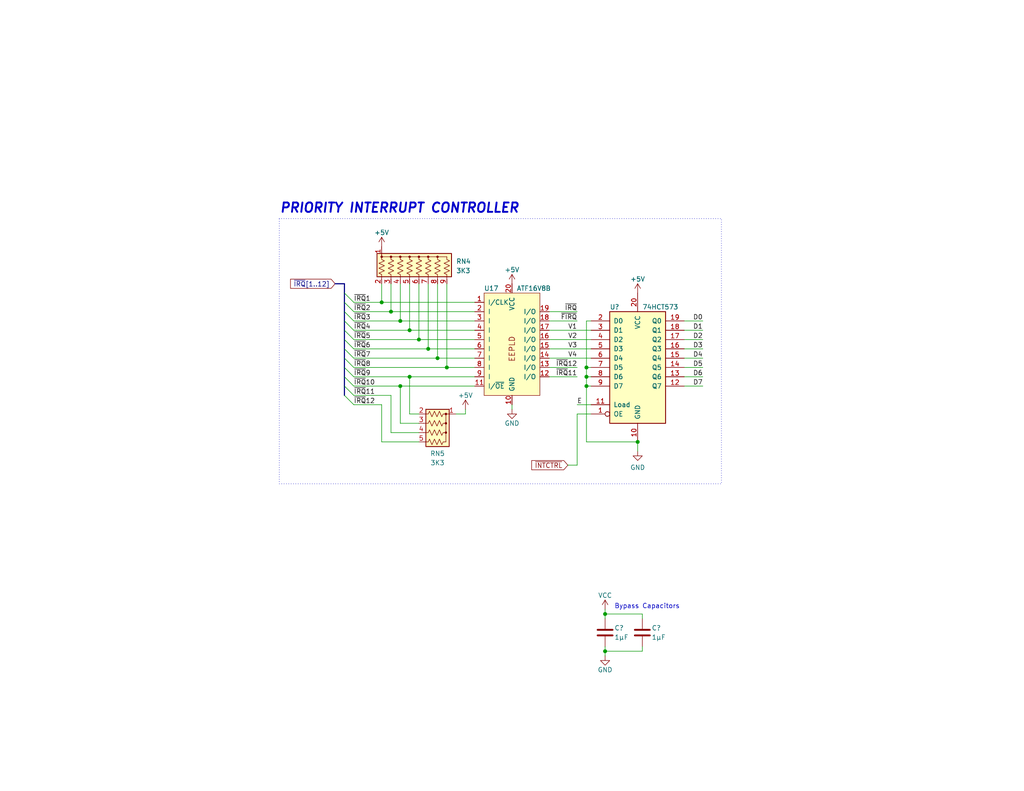
<source format=kicad_sch>
(kicad_sch (version 20230121) (generator eeschema)
  (paper "USLetter")
  (title_block (title "ACIA and Priority Interrupt Controller") (date "2024-01-16") (rev "1.0") (company "Frédéric Segard") (comment 1 "MicroHobbyist") (comment 2 "microhobbyist.com"))
  (lib_symbols
    (symbol "+5V_1" (power) (pin_names (offset 0))
      (property "Value" "+5V_1" (at 0 3.556 0))
      (symbol "+5V_1_0_1"
        (polyline (pts (xy -0.762 1.27) (xy 0 2.54)))
        (polyline (pts (xy 0 0) (xy 0 2.54)))
        (polyline (pts (xy 0 2.54) (xy 0.762 1.27)))
      )
      (symbol "+5V_1_1_1"
        (pin power_in line (at 0 0 90) (length 0) hide (name "+5V") (number "1"))
      )
    )
    (symbol "0_Library:ATF16V8B" (pin_names (offset 1.016))
      (property "Reference" "U" (at -7.62 0 0))
      (property "Value" "ATF16V8B" (at 1.27 0 0))
      (symbol "ATF16V8B_0_0"
        (text "EEPLD" (at 0 -16.51 900) (effects (font (size 1.4986 1.4986))))
      )
      (symbol "ATF16V8B_0_1"
        (rectangle (start -7.62 -1.27) (end 7.62 -29.21) (fill (type background)))
      )
      (symbol "ATF16V8B_1_1"
        (pin input line (at -10.16 -3.81 0) (length 2.54) (name "I/CLK") (number "1"))
        (pin power_in line (at 0 -31.75 90) (length 2.54) (name "GND") (number "10"))
        (pin input line (at -10.16 -26.67 0) (length 2.54) (name "I/~{OE}") (number "11"))
        (pin bidirectional line (at 10.16 -24.13 180) (length 2.54) (name "I/O") (number "12"))
        (pin bidirectional line (at 10.16 -21.59 180) (length 2.54) (name "I/O") (number "13"))
        (pin bidirectional line (at 10.16 -19.05 180) (length 2.54) (name "I/O") (number "14"))
        (pin bidirectional line (at 10.16 -16.51 180) (length 2.54) (name "I/O") (number "15"))
        (pin bidirectional line (at 10.16 -13.97 180) (length 2.54) (name "I/O") (number "16"))
        (pin bidirectional line (at 10.16 -11.43 180) (length 2.54) (name "I/O") (number "17"))
        (pin bidirectional line (at 10.16 -8.89 180) (length 2.54) (name "I/O") (number "18"))
        (pin bidirectional line (at 10.16 -6.35 180) (length 2.54) (name "I/O") (number "19"))
        (pin input line (at -10.16 -6.35 0) (length 2.54) (name "I") (number "2"))
        (pin power_in line (at 0 1.27 270) (length 2.54) (name "VCC") (number "20"))
        (pin input line (at -10.16 -8.89 0) (length 2.54) (name "I") (number "3"))
        (pin input line (at -10.16 -11.43 0) (length 2.54) (name "I") (number "4"))
        (pin input line (at -10.16 -13.97 0) (length 2.54) (name "I") (number "5"))
        (pin input line (at -10.16 -16.51 0) (length 2.54) (name "I") (number "6"))
        (pin input line (at -10.16 -19.05 0) (length 2.54) (name "I") (number "7"))
        (pin input line (at -10.16 -21.59 0) (length 2.54) (name "I") (number "8"))
        (pin input line (at -10.16 -24.13 0) (length 2.54) (name "I") (number "9"))
      )
    )
    (symbol "74xx:74LS573" (pin_names (offset 1.016))
      (property "Reference" "U" (at -7.62 16.51 0))
      (property "Value" "74LS573" (at -7.62 -16.51 0))
      (symbol "74LS573_1_0"
        (pin input inverted (at -12.7 -12.7 0) (length 5.08) (name "OE") (number "1"))
        (pin power_in line (at 0 -20.32 90) (length 5.08) (name "GND") (number "10"))
        (pin input line (at -12.7 -10.16 0) (length 5.08) (name "Load") (number "11"))
        (pin tri_state line (at 12.7 -5.08 180) (length 5.08) (name "Q7") (number "12"))
        (pin tri_state line (at 12.7 -2.54 180) (length 5.08) (name "Q6") (number "13"))
        (pin tri_state line (at 12.7 0 180) (length 5.08) (name "Q5") (number "14"))
        (pin tri_state line (at 12.7 2.54 180) (length 5.08) (name "Q4") (number "15"))
        (pin tri_state line (at 12.7 5.08 180) (length 5.08) (name "Q3") (number "16"))
        (pin tri_state line (at 12.7 7.62 180) (length 5.08) (name "Q2") (number "17"))
        (pin tri_state line (at 12.7 10.16 180) (length 5.08) (name "Q1") (number "18"))
        (pin tri_state line (at 12.7 12.7 180) (length 5.08) (name "Q0") (number "19"))
        (pin input line (at -12.7 12.7 0) (length 5.08) (name "D0") (number "2"))
        (pin power_in line (at 0 20.32 270) (length 5.08) (name "VCC") (number "20"))
        (pin input line (at -12.7 10.16 0) (length 5.08) (name "D1") (number "3"))
        (pin input line (at -12.7 7.62 0) (length 5.08) (name "D2") (number "4"))
        (pin input line (at -12.7 5.08 0) (length 5.08) (name "D3") (number "5"))
        (pin input line (at -12.7 2.54 0) (length 5.08) (name "D4") (number "6"))
        (pin input line (at -12.7 0 0) (length 5.08) (name "D5") (number "7"))
        (pin input line (at -12.7 -2.54 0) (length 5.08) (name "D6") (number "8"))
        (pin input line (at -12.7 -5.08 0) (length 5.08) (name "D7") (number "9"))
      )
      (symbol "74LS573_1_1"
        (rectangle (start -7.62 15.24) (end 7.62 -15.24) (stroke (width 0.254)) (fill (type background)))
      )
    )
    (symbol "Device:C" (pin_numbers hide) (pin_names (offset 0.254))
      (property "Reference" "C" (at 0.635 2.54 0))
      (property "Value" "C" (at 0.635 -2.54 0))
      (symbol "C_0_1"
        (polyline (pts (xy -2.032 -0.762) (xy 2.032 -0.762)) (stroke (width 0.508)))
        (polyline (pts (xy -2.032 0.762) (xy 2.032 0.762)) (stroke (width 0.508)))
      )
      (symbol "C_1_1"
        (pin passive line (at 0 3.81 270) (length 2.794) (name "~") (number "1"))
        (pin passive line (at 0 -3.81 90) (length 2.794) (name "~") (number "2"))
      )
    )
    (symbol "Device:R_Network04_US" (pin_names (offset 0) hide)
      (property "Reference" "RN" (at -7.62 0 90))
      (property "Value" "R_Network04_US" (at 5.08 0 90))
      (symbol "R_Network04_US_0_1"
        (rectangle (start -6.35 -3.175) (end 3.81 3.175) (stroke (width 0.254)) (fill (type background)))
        (circle (center -5.08 2.286) (radius 0.254) (fill (type outline)))
        (circle (center -2.54 2.286) (radius 0.254) (fill (type outline)))
        (polyline (pts (xy -5.08 2.286) (xy 2.54 2.286)))
        (polyline (pts (xy -5.08 2.286) (xy -5.08 1.524) (xy -4.318 1.1684) (xy -5.842 0.508) (xy -4.318 -0.1524) (xy -5.842 -0.8382) (xy -4.318 -1.524) (xy -5.842 -2.1844) (xy -5.08 -2.54) (xy -5.08 -3.81)))
        (polyline (pts (xy -2.54 2.286) (xy -2.54 1.524) (xy -1.778 1.1684) (xy -3.302 0.508) (xy -1.778 -0.1524) (xy -3.302 -0.8382) (xy -1.778 -1.524) (xy -3.302 -2.1844) (xy -2.54 -2.54) (xy -2.54 -3.81)))
        (polyline (pts (xy 0 2.286) (xy 0 1.524) (xy 0.762 1.1684) (xy -0.762 0.508) (xy 0.762 -0.1524) (xy -0.762 -0.8382) (xy 0.762 -1.524) (xy -0.762 -2.1844) (xy 0 -2.54) (xy 0 -3.81)))
        (polyline (pts (xy 2.54 2.286) (xy 2.54 1.524) (xy 3.302 1.1684) (xy 1.778 0.508) (xy 3.302 -0.1524) (xy 1.778 -0.8382) (xy 3.302 -1.524) (xy 1.778 -2.1844) (xy 2.54 -2.54) (xy 2.54 -3.81)))
        (circle (center 0 2.286) (radius 0.254) (fill (type outline)))
      )
      (symbol "R_Network04_US_1_1"
        (pin passive line (at -5.08 5.08 270) (length 2.54) (name "common") (number "1"))
        (pin passive line (at -5.08 -5.08 90) (length 1.27) (name "R1") (number "2"))
        (pin passive line (at -2.54 -5.08 90) (length 1.27) (name "R2") (number "3"))
        (pin passive line (at 0 -5.08 90) (length 1.27) (name "R3") (number "4"))
        (pin passive line (at 2.54 -5.08 90) (length 1.27) (name "R4") (number "5"))
      )
    )
    (symbol "Device:R_Network08_US" (pin_names (offset 0) hide)
      (property "Reference" "RN" (at -12.7 0 90))
      (property "Value" "R_Network08_US" (at 10.16 0 90))
      (symbol "R_Network08_US_0_1"
        (rectangle (start -11.43 -3.175) (end 8.89 3.175) (stroke (width 0.254)) (fill (type background)))
        (circle (center -10.16 2.286) (radius 0.254) (fill (type outline)))
        (circle (center -7.62 2.286) (radius 0.254) (fill (type outline)))
        (circle (center -5.08 2.286) (radius 0.254) (fill (type outline)))
        (circle (center -2.54 2.286) (radius 0.254) (fill (type outline)))
        (polyline (pts (xy -10.16 2.286) (xy 7.62 2.286)))
        (polyline (pts (xy -10.16 2.286) (xy -10.16 1.524) (xy -9.398 1.1684) (xy -10.922 0.508) (xy -9.398 -0.1524) (xy -10.922 -0.8382) (xy -9.398 -1.524) (xy -10.922 -2.1844) (xy -10.16 -2.54) (xy -10.16 -3.81)))
        (polyline (pts (xy -7.62 2.286) (xy -7.62 1.524) (xy -6.858 1.1684) (xy -8.382 0.508) (xy -6.858 -0.1524) (xy -8.382 -0.8382) (xy -6.858 -1.524) (xy -8.382 -2.1844) (xy -7.62 -2.54) (xy -7.62 -3.81)))
        (polyline (pts (xy -5.08 2.286) (xy -5.08 1.524) (xy -4.318 1.1684) (xy -5.842 0.508) (xy -4.318 -0.1524) (xy -5.842 -0.8382) (xy -4.318 -1.524) (xy -5.842 -2.1844) (xy -5.08 -2.54) (xy -5.08 -3.81)))
        (polyline (pts (xy -2.54 2.286) (xy -2.54 1.524) (xy -1.778 1.1684) (xy -3.302 0.508) (xy -1.778 -0.1524) (xy -3.302 -0.8382) (xy -1.778 -1.524) (xy -3.302 -2.1844) (xy -2.54 -2.54) (xy -2.54 -3.81)))
        (polyline (pts (xy 0 2.286) (xy 0 1.524) (xy 0.762 1.1684) (xy -0.762 0.508) (xy 0.762 -0.1524) (xy -0.762 -0.8382) (xy 0.762 -1.524) (xy -0.762 -2.1844) (xy 0 -2.54) (xy 0 -3.81)))
        (polyline (pts (xy 2.54 2.286) (xy 2.54 1.524) (xy 3.302 1.1684) (xy 1.778 0.508) (xy 3.302 -0.1524) (xy 1.778 -0.8382) (xy 3.302 -1.524) (xy 1.778 -2.1844) (xy 2.54 -2.54) (xy 2.54 -3.81)))
        (polyline (pts (xy 5.08 2.286) (xy 5.08 1.524) (xy 5.842 1.1684) (xy 4.318 0.508) (xy 5.842 -0.1524) (xy 4.318 -0.8382) (xy 5.842 -1.524) (xy 4.318 -2.1844) (xy 5.08 -2.54) (xy 5.08 -3.81)))
        (polyline (pts (xy 7.62 2.286) (xy 7.62 1.524) (xy 8.382 1.1684) (xy 6.858 0.508) (xy 8.382 -0.1524) (xy 6.858 -0.8382) (xy 8.382 -1.524) (xy 6.858 -2.1844) (xy 7.62 -2.54) (xy 7.62 -3.81)))
        (circle (center 0 2.286) (radius 0.254) (fill (type outline)))
        (circle (center 2.54 2.286) (radius 0.254) (fill (type outline)))
        (circle (center 5.08 2.286) (radius 0.254) (fill (type outline)))
      )
      (symbol "R_Network08_US_1_1"
        (pin passive line (at -10.16 5.08 270) (length 2.54) (name "common") (number "1"))
        (pin passive line (at -10.16 -5.08 90) (length 1.27) (name "R1") (number "2"))
        (pin passive line (at -7.62 -5.08 90) (length 1.27) (name "R2") (number "3"))
        (pin passive line (at -5.08 -5.08 90) (length 1.27) (name "R3") (number "4"))
        (pin passive line (at -2.54 -5.08 90) (length 1.27) (name "R4") (number "5"))
        (pin passive line (at 0 -5.08 90) (length 1.27) (name "R5") (number "6"))
        (pin passive line (at 2.54 -5.08 90) (length 1.27) (name "R6") (number "7"))
        (pin passive line (at 5.08 -5.08 90) (length 1.27) (name "R7") (number "8"))
        (pin passive line (at 7.62 -5.08 90) (length 1.27) (name "R8") (number "9"))
      )
    )
    (symbol "power:GND" (power) (pin_names (offset 0))
      (property "Value" "GND" (at 0 -3.81 0))
      (symbol "GND_0_1"
        (polyline (pts (xy 0 0) (xy 0 -1.27) (xy 1.27 -1.27) (xy 0 -2.54) (xy -1.27 -1.27) (xy 0 -1.27)))
      )
      (symbol "GND_1_1"
        (pin power_in line (at 0 0 270) (length 0) hide (name "GND") (number "1"))
      )
    )
    (symbol "power:VCC" (power) (pin_names (offset 0))
      (property "Value" "VCC" (at 0 3.81 0))
      (symbol "VCC_0_1"
        (polyline (pts (xy -0.762 1.27) (xy 0 2.54)))
        (polyline (pts (xy 0 0) (xy 0 2.54)))
        (polyline (pts (xy 0 2.54) (xy 0.762 1.27)))
      )
      (symbol "VCC_1_1"
        (pin power_in line (at 0 0 90) (length 0) hide (name "VCC") (number "1"))
      )
    )
  )
  (junction (at 111.76 102.87))
  (junction (at 160.02 102.87))
  (junction (at 114.3 92.71))
  (junction (at 121.92 100.33))
  (junction (at 109.22 87.63))
  (junction (at 173.99 120.65))
  (junction (at 160.02 100.33))
  (junction (at 165.1 177.8))
  (junction (at 109.22 105.41))
  (junction (at 111.76 90.17))
  (junction (at 116.84 95.25))
  (junction (at 165.1 167.64))
  (junction (at 119.38 97.79))
  (junction (at 160.02 105.41))
  (junction (at 104.14 82.55))
  (junction (at 106.68 85.09))
  (bus_entry (at 93.98 92.71) (size 2.54 2.54))
  (bus_entry (at 93.98 90.17) (size 2.54 2.54))
  (bus_entry (at 93.98 95.25) (size 2.54 2.54))
  (bus_entry (at 93.98 87.63) (size 2.54 2.54))
  (bus_entry (at 93.98 100.33) (size 2.54 2.54))
  (bus_entry (at 93.98 102.87) (size 2.54 2.54))
  (bus_entry (at 93.98 107.95) (size 2.54 2.54))
  (bus_entry (at 93.98 105.41) (size 2.54 2.54))
  (bus_entry (at 93.98 85.09) (size 2.54 2.54))
  (bus_entry (at 93.98 97.79) (size 2.54 2.54))
  (bus_entry (at 93.98 82.55) (size 2.54 2.54))
  (bus_entry (at 93.98 80.01) (size 2.54 2.54))
  (bus (pts (xy 93.98 105.41) (xy 93.98 107.95)))
  (wire (pts (xy 96.52 90.17) (xy 111.76 90.17)))
  (wire (pts (xy 104.14 120.65) (xy 104.14 110.49)))
  (wire (pts (xy 111.76 102.87) (xy 129.54 102.87)))
  (wire (pts (xy 175.26 176.53) (xy 175.26 177.8)))
  (wire (pts (xy 160.02 102.87) (xy 161.29 102.87)))
  (wire (pts (xy 109.22 105.41) (xy 129.54 105.41)))
  (wire (pts (xy 96.52 97.79) (xy 119.38 97.79)))
  (wire (pts (xy 114.3 92.71) (xy 129.54 92.71)))
  (wire (pts (xy 149.86 97.79) (xy 161.29 97.79)))
  (wire (pts (xy 96.52 107.95) (xy 106.68 107.95)))
  (wire (pts (xy 149.86 85.09) (xy 157.48 85.09)))
  (bus (pts (xy 93.98 100.33) (xy 93.98 102.87)))
  (wire (pts (xy 154.94 127) (xy 157.48 127)))
  (wire (pts (xy 106.68 77.47) (xy 106.68 85.09)))
  (wire (pts (xy 114.3 77.47) (xy 114.3 92.71)))
  (wire (pts (xy 96.52 110.49) (xy 104.14 110.49)))
  (wire (pts (xy 121.92 77.47) (xy 121.92 100.33)))
  (wire (pts (xy 165.1 167.64) (xy 165.1 168.91)))
  (wire (pts (xy 161.29 87.63) (xy 160.02 87.63)))
  (wire (pts (xy 109.22 87.63) (xy 129.54 87.63)))
  (wire (pts (xy 186.69 102.87) (xy 191.77 102.87)))
  (wire (pts (xy 106.68 85.09) (xy 129.54 85.09)))
  (wire (pts (xy 165.1 166.37) (xy 165.1 167.64)))
  (wire (pts (xy 160.02 120.65) (xy 173.99 120.65)))
  (wire (pts (xy 165.1 167.64) (xy 175.26 167.64)))
  (wire (pts (xy 157.48 110.49) (xy 161.29 110.49)))
  (wire (pts (xy 111.76 102.87) (xy 111.76 113.03)))
  (wire (pts (xy 114.3 115.57) (xy 109.22 115.57)))
  (bus (pts (xy 93.98 102.87) (xy 93.98 105.41)))
  (wire (pts (xy 96.52 95.25) (xy 116.84 95.25)))
  (wire (pts (xy 114.3 118.11) (xy 106.68 118.11)))
  (bus (pts (xy 93.98 97.79) (xy 93.98 100.33)))
  (wire (pts (xy 186.69 87.63) (xy 191.77 87.63)))
  (wire (pts (xy 186.69 97.79) (xy 191.77 97.79)))
  (bus (pts (xy 93.98 85.09) (xy 93.98 82.55)))
  (wire (pts (xy 160.02 105.41) (xy 160.02 120.65)))
  (wire (pts (xy 119.38 77.47) (xy 119.38 97.79)))
  (bus (pts (xy 93.98 92.71) (xy 93.98 90.17)))
  (bus (pts (xy 91.44 77.47) (xy 93.98 77.47)))
  (bus (pts (xy 93.98 90.17) (xy 93.98 87.63)))
  (wire (pts (xy 104.14 82.55) (xy 129.54 82.55)))
  (wire (pts (xy 116.84 95.25) (xy 129.54 95.25)))
  (bus (pts (xy 93.98 82.55) (xy 93.98 80.01)))
  (wire (pts (xy 186.69 95.25) (xy 191.77 95.25)))
  (wire (pts (xy 96.52 102.87) (xy 111.76 102.87)))
  (wire (pts (xy 149.86 92.71) (xy 161.29 92.71)))
  (wire (pts (xy 111.76 90.17) (xy 129.54 90.17)))
  (bus (pts (xy 93.98 80.01) (xy 93.98 77.47)))
  (wire (pts (xy 129.54 100.33) (xy 121.92 100.33)))
  (wire (pts (xy 149.86 102.87) (xy 157.48 102.87)))
  (wire (pts (xy 109.22 105.41) (xy 109.22 115.57)))
  (wire (pts (xy 127 113.03) (xy 124.46 113.03)))
  (wire (pts (xy 111.76 77.47) (xy 111.76 90.17)))
  (wire (pts (xy 157.48 113.03) (xy 161.29 113.03)))
  (wire (pts (xy 104.14 77.47) (xy 104.14 82.55)))
  (wire (pts (xy 175.26 167.64) (xy 175.26 168.91)))
  (wire (pts (xy 186.69 100.33) (xy 191.77 100.33)))
  (bus (pts (xy 93.98 87.63) (xy 93.98 85.09)))
  (bus (pts (xy 93.98 95.25) (xy 93.98 92.71)))
  (wire (pts (xy 149.86 95.25) (xy 161.29 95.25)))
  (wire (pts (xy 149.86 90.17) (xy 161.29 90.17)))
  (wire (pts (xy 186.69 90.17) (xy 191.77 90.17)))
  (wire (pts (xy 149.86 100.33) (xy 157.48 100.33)))
  (wire (pts (xy 96.52 92.71) (xy 114.3 92.71)))
  (wire (pts (xy 157.48 113.03) (xy 157.48 127)))
  (wire (pts (xy 160.02 105.41) (xy 161.29 105.41)))
  (wire (pts (xy 186.69 105.41) (xy 191.77 105.41)))
  (wire (pts (xy 96.52 82.55) (xy 104.14 82.55)))
  (wire (pts (xy 165.1 177.8) (xy 175.26 177.8)))
  (wire (pts (xy 114.3 120.65) (xy 104.14 120.65)))
  (wire (pts (xy 116.84 77.47) (xy 116.84 95.25)))
  (wire (pts (xy 96.52 85.09) (xy 106.68 85.09)))
  (wire (pts (xy 96.52 100.33) (xy 121.92 100.33)))
  (wire (pts (xy 165.1 177.8) (xy 165.1 179.07)))
  (wire (pts (xy 106.68 118.11) (xy 106.68 107.95)))
  (wire (pts (xy 127 111.76) (xy 127 113.03)))
  (wire (pts (xy 165.1 176.53) (xy 165.1 177.8)))
  (wire (pts (xy 160.02 100.33) (xy 161.29 100.33)))
  (wire (pts (xy 139.7 111.76) (xy 139.7 110.49)))
  (wire (pts (xy 160.02 87.63) (xy 160.02 100.33)))
  (wire (pts (xy 119.38 97.79) (xy 129.54 97.79)))
  (wire (pts (xy 96.52 105.41) (xy 109.22 105.41)))
  (wire (pts (xy 160.02 102.87) (xy 160.02 105.41)))
  (bus (pts (xy 93.98 97.79) (xy 93.98 95.25)))
  (wire (pts (xy 114.3 113.03) (xy 111.76 113.03)))
  (wire (pts (xy 186.69 92.71) (xy 191.77 92.71)))
  (wire (pts (xy 173.99 120.65) (xy 173.99 123.19)))
  (wire (pts (xy 96.52 87.63) (xy 109.22 87.63)))
  (wire (pts (xy 149.86 87.63) (xy 157.48 87.63)))
  (wire (pts (xy 160.02 100.33) (xy 160.02 102.87)))
  (wire (pts (xy 109.22 77.47) (xy 109.22 87.63)))
  (rectangle (start 76.2 59.69) (end 196.85 132.08) (stroke (width 0) (type dot)))
  (text "Bypass Capacitors" (at 167.64 166.37 0) (effects (font (size 1.27 1.27)) (justify left bottom)))
  (text "PRIORITY INTERRUPT CONTROLLER" (at 76.2 58.42 0) (effects (font (size 2.54 2.54) (thickness 0.508) bold italic) (justify left bottom)))
  (label "~{IRQ}8" (at 96.52 100.33 0))
  (label "~{IRQ}2" (at 96.52 85.09 0))
  (label "~{IRQ}4" (at 96.52 90.17 0))
  (label "D6" (at 191.77 102.87 180))
  (label "D5" (at 191.77 100.33 180))
  (label "V1" (at 157.48 90.17 180))
  (label "~{IRQ}11" (at 157.48 102.87 180))
  (label "~{IRQ}7" (at 96.52 97.79 0))
  (label "~{IRQ}" (at 157.48 85.09 180))
  (label "D7" (at 191.77 105.41 180))
  (label "V4" (at 157.48 97.79 180))
  (label "~{IRQ}1" (at 96.52 82.55 0))
  (label "~{IRQ}9" (at 96.52 102.87 0))
  (label "~{IRQ}10" (at 96.52 105.41 0))
  (label "~{FIRQ}" (at 157.48 87.63 180))
  (label "D4" (at 191.77 97.79 180))
  (label "D1" (at 191.77 90.17 180))
  (label "V2" (at 157.48 92.71 180))
  (label "~{IRQ}5" (at 96.52 92.71 0))
  (label "D0" (at 191.77 87.63 180))
  (label "~{IRQ}11" (at 96.52 107.95 0))
  (label "V3" (at 157.48 95.25 180))
  (label "~{IRQ}12" (at 157.48 100.33 180))
  (label "D2" (at 191.77 92.71 180))
  (label "~{IRQ}12" (at 96.52 110.49 0))
  (label "E" (at 157.48 110.49 0))
  (label "~{IRQ}3" (at 96.52 87.63 0))
  (label "D3" (at 191.77 95.25 180))
  (label "~{IRQ}6" (at 96.52 95.25 0))
  (global_label "~{IRQ}[1..12]" (shape input) (at 91.44 77.47 180) (property "Intersheetrefs" "${INTERSHEET_REFS}" (effects hide)))
  (global_label "~{INTCTRL}" (shape input) (at 154.94 127 180) (property "Intersheetrefs" "${INTERSHEET_REFS}" (effects hide)))
  (symbol (lib_id "Device:C") (at 175.26 172.72 0) (unit 1)
    (property "Reference" "C?" (at 177.8 171.45 0) (effects (justify left)))
    (property "Value" "1µF" (at 177.8 173.99 0) (effects (justify left)))
    (instances (project "Ep4 - ACIA and priority encoder" (path "" (reference "C?") (unit 1)) (path "" (reference "C11") (unit 1)) (path "" (reference "C25") (unit 1)) (path "" (reference "C19") (unit 1))))
  )
  (symbol (lib_name "+5V_1") (lib_id "power:+5V") (at 127 111.76 0) (unit 1)
    (property "Reference" "#PWR?" (effects hide))
    (property "Value" "+5V" (at 127 107.95 0))
    (instances (project "1 - Main CPU board with basic peripherals (rev5)" (path "" (reference "#PWR?") (unit 1)) (path "" (reference "#PWR?") (unit 1))) (project "4 - Quad serial" (path "" (reference "#PWR?") (unit 1))) (project "Ep4 - ACIA and priority encoder" (path "" (reference "#PWR073") (unit 1)) (path "" (reference "#PWR056") (unit 1))))
  )
  (symbol (lib_id "0_Library:ATF16V8B") (at 139.7 78.74 0) (unit 1)
    (property "Reference" "U17" (at 132.08 78.74 0) (effects (justify left)))
    (property "Value" "ATF16V8B" (at 140.97 78.74 0) (effects (justify left)))
    (property "Footprint" "Package_DIP:DIP-20_W7.62mm_LongPads" (effects hide))
    (property "Datasheet" "http://ww1.microchip.com/downloads/en/DeviceDoc/Atmel-0364-PLD-ATF16V8B-8BQ-8BQL-Datasheet.pdf" (effects hide))
    (instances (project "Ep4 - ACIA and priority encoder" (path "" (reference "U17") (unit 1)) (path "" (reference "U13") (unit 1))))
  )
  (symbol (lib_name "+5V_1") (lib_id "power:+5V") (at 173.99 80.01 0) (unit 1)
    (property "Reference" "#PWR?" (effects hide))
    (property "Value" "+5V" (at 173.99 76.2 0))
    (instances (project "1 - Main CPU board with basic peripherals (rev5)" (path "" (reference "#PWR?") (unit 1)) (path "" (reference "#PWR?") (unit 1))) (project "4 - Quad serial" (path "" (reference "#PWR?") (unit 1))) (project "Ep4 - ACIA and priority encoder" (path "" (reference "#PWR078") (unit 1)) (path "" (reference "#PWR061") (unit 1))))
  )
  (symbol (lib_id "power:VCC") (at 165.1 166.37 0) (unit 1)
    (property "Reference" "#PWR?" (effects hide))
    (property "Value" "VCC" (at 165.1 162.56 0))
    (instances (project "Ep4 - ACIA and priority encoder" (path "" (reference "#PWR?") (unit 1)) (path "" (reference "#PWR029") (unit 1)) (path "" (reference "#PWR083") (unit 1)) (path "" (reference "#PWR066") (unit 1))))
  )
  (symbol (lib_id "Device:R_Network04_US") (at 119.38 118.11 270) (unit 1)
    (property "Reference" "RN5" (at 119.38 123.825 90))
    (property "Value" "3K3" (at 119.38 126.365 90))
    (property "Footprint" "Resistor_THT:R_Array_SIP5" (effects hide))
    (property "Datasheet" "http://www.vishay.com/docs/31509/csc.pdf" (effects hide))
    (instances (project "Ep4 - ACIA and priority encoder" (path "" (reference "RN5") (unit 1)) (path "" (reference "RN3") (unit 1))))
  )
  (symbol (lib_id "74xx:74LS573") (at 173.99 100.33 0) (unit 1)
    (property "Reference" "U?" (at 166.37 83.82 0) (effects (justify left)))
    (property "Value" "74HCT573" (at 175.26 83.82 0) (effects (justify left)))
    (property "Footprint" "Package_DIP:DIP-20_W7.62mm_Socket" (effects hide))
    (property "Datasheet" "74xx/74hc573.pdf" (effects hide))
    (instances (project "1 - Main CPU board with basic peripherals (rev5)" (path "" (reference "U?") (unit 1))) (project "4 - Quad serial" (path "" (reference "U?") (unit 1))) (project "Ep4 - ACIA and priority encoder" (path "" (reference "U19") (unit 1)) (path "" (reference "U15") (unit 1))))
  )
  (symbol (lib_id "Device:R_Network08_US") (at 114.3 72.39 0) (unit 1)
    (property "Reference" "RN4" (at 124.46 71.374 0) (effects (justify left)))
    (property "Value" "3K3" (at 124.46 73.914 0) (effects (justify left)))
    (property "Footprint" "Resistor_THT:R_Array_SIP9" (effects hide))
    (property "Datasheet" "http://www.vishay.com/docs/31509/csc.pdf" (effects hide))
    (instances (project "Ep4 - ACIA and priority encoder" (path "" (reference "RN4") (unit 1)) (path "" (reference "RN2") (unit 1))))
  )
  (symbol (lib_id "power:GND") (at 173.99 123.19 0) (unit 1)
    (property "Reference" "#PWR?" (effects hide))
    (property "Value" "GND" (at 173.99 127.6334 0))
    (instances (project "1 - Main CPU board with basic peripherals (rev5)" (path "" (reference "#PWR?") (unit 1))) (project "4 - Quad serial" (path "" (reference "#PWR?") (unit 1))) (project "Ep4 - ACIA and priority encoder" (path "" (reference "#PWR079") (unit 1)) (path "" (reference "#PWR062") (unit 1))))
  )
  (symbol (lib_name "+5V_1") (lib_id "power:+5V") (at 139.7 77.47 0) (unit 1)
    (property "Reference" "#PWR?" (effects hide))
    (property "Value" "+5V" (at 139.7 73.66 0))
    (instances (project "1 - Main CPU board with basic peripherals (rev5)" (path "" (reference "#PWR?") (unit 1)) (path "" (reference "#PWR?") (unit 1))) (project "4 - Quad serial" (path "" (reference "#PWR?") (unit 1))) (project "Ep4 - ACIA and priority encoder" (path "" (reference "#PWR074") (unit 1)) (path "" (reference "#PWR057") (unit 1))))
  )
  (symbol (lib_id "power:GND") (at 139.7 111.76 0) (unit 1)
    (property "Reference" "#PWR?" (effects hide))
    (property "Value" "GND" (at 139.7 115.57 0))
    (instances (project "1 - Main CPU board with basic peripherals (rev5)" (path "" (reference "#PWR?") (unit 1)) (path "" (reference "#PWR?") (unit 1))) (project "4 - Quad serial" (path "" (reference "#PWR?") (unit 1))) (project "Ep4 - ACIA and priority encoder" (path "" (reference "#PWR075") (unit 1)) (path "" (reference "#PWR058") (unit 1))))
  )
  (symbol (lib_name "+5V_1") (lib_id "power:+5V") (at 104.14 67.31 0) (unit 1)
    (property "Reference" "#PWR?" (effects hide))
    (property "Value" "+5V" (at 104.14 63.5 0))
    (instances (project "1 - Main CPU board with basic peripherals (rev5)" (path "" (reference "#PWR?") (unit 1)) (path "" (reference "#PWR?") (unit 1))) (project "4 - Quad serial" (path "" (reference "#PWR?") (unit 1))) (project "Ep4 - ACIA and priority encoder" (path "" (reference "#PWR070") (unit 1)) (path "" (reference "#PWR053") (unit 1))))
  )
  (symbol (lib_id "Device:C") (at 165.1 172.72 0) (unit 1)
    (property "Reference" "C?" (at 167.64 171.45 0) (effects (justify left)))
    (property "Value" "1µF" (at 167.64 173.99 0) (effects (justify left)))
    (instances (project "Ep4 - ACIA and priority encoder" (path "" (reference "C?") (unit 1)) (path "" (reference "C10") (unit 1)) (path "" (reference "C24") (unit 1)) (path "" (reference "C18") (unit 1))))
  )
  (symbol (lib_id "power:GND") (at 165.1 179.07 0) (unit 1)
    (property "Reference" "#PWR?" (effects hide))
    (property "Value" "GND" (at 165.1 182.88 0))
    (instances (project "Ep4 - ACIA and priority encoder" (path "" (reference "#PWR?") (unit 1)) (path "" (reference "#PWR030") (unit 1)) (path "" (reference "#PWR084") (unit 1)) (path "" (reference "#PWR067") (unit 1))))
  )
)
</source>
